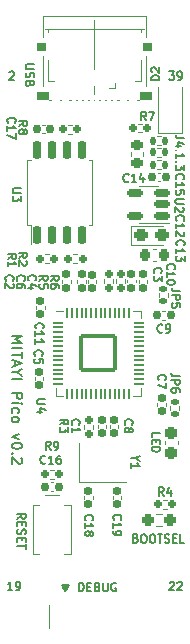
<source format=gbr>
G04 #@! TF.GenerationSoftware,KiCad,Pcbnew,(5.99.0-12085-gf4905cb1ae)*
G04 #@! TF.CreationDate,2021-08-26T19:19:28+05:30*
G04 #@! TF.ProjectId,Mitayi-Pico-RP2040,4d697461-7969-42d5-9069-636f2d525032,0.2*
G04 #@! TF.SameCoordinates,Original*
G04 #@! TF.FileFunction,Legend,Top*
G04 #@! TF.FilePolarity,Positive*
%FSLAX46Y46*%
G04 Gerber Fmt 4.6, Leading zero omitted, Abs format (unit mm)*
G04 Created by KiCad (PCBNEW (5.99.0-12085-gf4905cb1ae)) date 2021-08-26 19:19:28*
%MOMM*%
%LPD*%
G01*
G04 APERTURE LIST*
G04 Aperture macros list*
%AMRoundRect*
0 Rectangle with rounded corners*
0 $1 Rounding radius*
0 $2 $3 $4 $5 $6 $7 $8 $9 X,Y pos of 4 corners*
0 Add a 4 corners polygon primitive as box body*
4,1,4,$2,$3,$4,$5,$6,$7,$8,$9,$2,$3,0*
0 Add four circle primitives for the rounded corners*
1,1,$1+$1,$2,$3*
1,1,$1+$1,$4,$5*
1,1,$1+$1,$6,$7*
1,1,$1+$1,$8,$9*
0 Add four rect primitives between the rounded corners*
20,1,$1+$1,$2,$3,$4,$5,0*
20,1,$1+$1,$4,$5,$6,$7,0*
20,1,$1+$1,$6,$7,$8,$9,0*
20,1,$1+$1,$8,$9,$2,$3,0*%
G04 Aperture macros list end*
%ADD10C,0.150000*%
%ADD11C,0.200000*%
%ADD12C,0.120000*%
%ADD13C,0.100000*%
%ADD14C,0.020000*%
%ADD15RoundRect,0.135000X-0.185000X0.135000X-0.185000X-0.135000X0.185000X-0.135000X0.185000X0.135000X0*%
%ADD16RoundRect,0.237500X0.237500X-0.300000X0.237500X0.300000X-0.237500X0.300000X-0.237500X-0.300000X0*%
%ADD17RoundRect,0.155000X-0.155000X0.212500X-0.155000X-0.212500X0.155000X-0.212500X0.155000X0.212500X0*%
%ADD18RoundRect,0.155000X0.155000X-0.212500X0.155000X0.212500X-0.155000X0.212500X-0.155000X-0.212500X0*%
%ADD19RoundRect,0.237500X-0.250000X-0.237500X0.250000X-0.237500X0.250000X0.237500X-0.250000X0.237500X0*%
%ADD20RoundRect,0.135000X0.135000X0.185000X-0.135000X0.185000X-0.135000X-0.185000X0.135000X-0.185000X0*%
%ADD21RoundRect,0.225000X0.250000X-0.225000X0.250000X0.225000X-0.250000X0.225000X-0.250000X-0.225000X0*%
%ADD22RoundRect,0.155000X0.212500X0.155000X-0.212500X0.155000X-0.212500X-0.155000X0.212500X-0.155000X0*%
%ADD23RoundRect,0.160000X-0.197500X-0.160000X0.197500X-0.160000X0.197500X0.160000X-0.197500X0.160000X0*%
%ADD24RoundRect,0.160000X0.197500X0.160000X-0.197500X0.160000X-0.197500X-0.160000X0.197500X-0.160000X0*%
%ADD25C,1.500000*%
%ADD26RoundRect,0.160000X-0.160000X0.197500X-0.160000X-0.197500X0.160000X-0.197500X0.160000X0.197500X0*%
%ADD27RoundRect,0.155000X-0.212500X-0.155000X0.212500X-0.155000X0.212500X0.155000X-0.212500X0.155000X0*%
%ADD28R,1.400000X1.200000*%
%ADD29RoundRect,0.050000X-0.387500X-0.050000X0.387500X-0.050000X0.387500X0.050000X-0.387500X0.050000X0*%
%ADD30RoundRect,0.050000X-0.050000X-0.387500X0.050000X-0.387500X0.050000X0.387500X-0.050000X0.387500X0*%
%ADD31RoundRect,0.144000X-1.456000X-1.456000X1.456000X-1.456000X1.456000X1.456000X-1.456000X1.456000X0*%
%ADD32RoundRect,0.150000X0.150000X-0.650000X0.150000X0.650000X-0.150000X0.650000X-0.150000X-0.650000X0*%
%ADD33RoundRect,0.135000X-0.135000X-0.185000X0.135000X-0.185000X0.135000X0.185000X-0.135000X0.185000X0*%
%ADD34O,1.600000X1.700000*%
%ADD35R,1.600000X3.200000*%
%ADD36RoundRect,0.225000X-0.225000X-0.250000X0.225000X-0.250000X0.225000X0.250000X-0.225000X0.250000X0*%
%ADD37C,0.670000*%
%ADD38R,0.300000X1.450000*%
%ADD39RoundRect,0.500000X0.000000X0.300000X0.000000X0.300000X0.000000X-0.300000X0.000000X-0.300000X0*%
%ADD40R,1.100000X1.100000*%
%ADD41R,0.400000X1.350000*%
%ADD42R,1.500000X1.900000*%
%ADD43O,1.200000X1.900000*%
%ADD44C,1.450000*%
%ADD45R,1.200000X1.900000*%
%ADD46R,1.700000X1.150000*%
%ADD47R,3.200000X1.600000*%
%ADD48O,1.700000X1.600000*%
%ADD49RoundRect,0.250000X-0.312500X-0.275000X0.312500X-0.275000X0.312500X0.275000X-0.312500X0.275000X0*%
%ADD50RoundRect,0.150000X0.512500X0.150000X-0.512500X0.150000X-0.512500X-0.150000X0.512500X-0.150000X0*%
G04 APERTURE END LIST*
D10*
X153016666Y-108050000D02*
X153116666Y-108083333D01*
X153150000Y-108116666D01*
X153183333Y-108183333D01*
X153183333Y-108283333D01*
X153150000Y-108350000D01*
X153116666Y-108383333D01*
X153050000Y-108416666D01*
X152783333Y-108416666D01*
X152783333Y-107716666D01*
X153016666Y-107716666D01*
X153083333Y-107750000D01*
X153116666Y-107783333D01*
X153150000Y-107850000D01*
X153150000Y-107916666D01*
X153116666Y-107983333D01*
X153083333Y-108016666D01*
X153016666Y-108050000D01*
X152783333Y-108050000D01*
X153616666Y-107716666D02*
X153750000Y-107716666D01*
X153816666Y-107750000D01*
X153883333Y-107816666D01*
X153916666Y-107950000D01*
X153916666Y-108183333D01*
X153883333Y-108316666D01*
X153816666Y-108383333D01*
X153750000Y-108416666D01*
X153616666Y-108416666D01*
X153550000Y-108383333D01*
X153483333Y-108316666D01*
X153450000Y-108183333D01*
X153450000Y-107950000D01*
X153483333Y-107816666D01*
X153550000Y-107750000D01*
X153616666Y-107716666D01*
X154350000Y-107716666D02*
X154483333Y-107716666D01*
X154550000Y-107750000D01*
X154616666Y-107816666D01*
X154650000Y-107950000D01*
X154650000Y-108183333D01*
X154616666Y-108316666D01*
X154550000Y-108383333D01*
X154483333Y-108416666D01*
X154350000Y-108416666D01*
X154283333Y-108383333D01*
X154216666Y-108316666D01*
X154183333Y-108183333D01*
X154183333Y-107950000D01*
X154216666Y-107816666D01*
X154283333Y-107750000D01*
X154350000Y-107716666D01*
X154850000Y-107716666D02*
X155250000Y-107716666D01*
X155050000Y-108416666D02*
X155050000Y-107716666D01*
X155450000Y-108383333D02*
X155550000Y-108416666D01*
X155716666Y-108416666D01*
X155783333Y-108383333D01*
X155816666Y-108350000D01*
X155850000Y-108283333D01*
X155850000Y-108216666D01*
X155816666Y-108150000D01*
X155783333Y-108116666D01*
X155716666Y-108083333D01*
X155583333Y-108050000D01*
X155516666Y-108016666D01*
X155483333Y-107983333D01*
X155450000Y-107916666D01*
X155450000Y-107850000D01*
X155483333Y-107783333D01*
X155516666Y-107750000D01*
X155583333Y-107716666D01*
X155750000Y-107716666D01*
X155850000Y-107750000D01*
X156150000Y-108050000D02*
X156383333Y-108050000D01*
X156483333Y-108416666D02*
X156150000Y-108416666D01*
X156150000Y-107716666D01*
X156483333Y-107716666D01*
X157116666Y-108416666D02*
X156783333Y-108416666D01*
X156783333Y-107716666D01*
X157083333Y-74166666D02*
X156583333Y-74166666D01*
X156483333Y-74133333D01*
X156416666Y-74066666D01*
X156383333Y-73966666D01*
X156383333Y-73900000D01*
X156850000Y-74800000D02*
X156383333Y-74800000D01*
X157116666Y-74633333D02*
X156616666Y-74466666D01*
X156616666Y-74900000D01*
X156450000Y-75166666D02*
X156416666Y-75200000D01*
X156383333Y-75166666D01*
X156416666Y-75133333D01*
X156450000Y-75166666D01*
X156383333Y-75166666D01*
X156383333Y-75866666D02*
X156383333Y-75466666D01*
X156383333Y-75666666D02*
X157083333Y-75666666D01*
X156983333Y-75600000D01*
X156916666Y-75533333D01*
X156883333Y-75466666D01*
X156450000Y-76166666D02*
X156416666Y-76200000D01*
X156383333Y-76166666D01*
X156416666Y-76133333D01*
X156450000Y-76166666D01*
X156383333Y-76166666D01*
X157083333Y-76433333D02*
X157083333Y-76866666D01*
X156816666Y-76633333D01*
X156816666Y-76733333D01*
X156783333Y-76800000D01*
X156750000Y-76833333D01*
X156683333Y-76866666D01*
X156516666Y-76866666D01*
X156450000Y-76833333D01*
X156416666Y-76800000D01*
X156383333Y-76733333D01*
X156383333Y-76533333D01*
X156416666Y-76466666D01*
X156450000Y-76433333D01*
X155833333Y-68516666D02*
X156266666Y-68516666D01*
X156033333Y-68783333D01*
X156133333Y-68783333D01*
X156200000Y-68816666D01*
X156233333Y-68850000D01*
X156266666Y-68916666D01*
X156266666Y-69083333D01*
X156233333Y-69150000D01*
X156200000Y-69183333D01*
X156133333Y-69216666D01*
X155933333Y-69216666D01*
X155866666Y-69183333D01*
X155833333Y-69150000D01*
X156600000Y-69216666D02*
X156733333Y-69216666D01*
X156800000Y-69183333D01*
X156833333Y-69150000D01*
X156900000Y-69050000D01*
X156933333Y-68916666D01*
X156933333Y-68650000D01*
X156900000Y-68583333D01*
X156866666Y-68550000D01*
X156800000Y-68516666D01*
X156666666Y-68516666D01*
X156600000Y-68550000D01*
X156566666Y-68583333D01*
X156533333Y-68650000D01*
X156533333Y-68816666D01*
X156566666Y-68883333D01*
X156600000Y-68916666D01*
X156666666Y-68950000D01*
X156800000Y-68950000D01*
X156866666Y-68916666D01*
X156900000Y-68883333D01*
X156933333Y-68816666D01*
D11*
X142492857Y-90900000D02*
X143392857Y-90900000D01*
X142750000Y-91200000D01*
X143392857Y-91500000D01*
X142492857Y-91500000D01*
X142492857Y-91928571D02*
X143392857Y-91928571D01*
X143392857Y-92228571D02*
X143392857Y-92742857D01*
X142492857Y-92485714D02*
X143392857Y-92485714D01*
X142750000Y-93000000D02*
X142750000Y-93428571D01*
X142492857Y-92914285D02*
X143392857Y-93214285D01*
X142492857Y-93514285D01*
X142921428Y-93985714D02*
X142492857Y-93985714D01*
X143392857Y-93685714D02*
X142921428Y-93985714D01*
X143392857Y-94285714D01*
X142492857Y-94585714D02*
X143392857Y-94585714D01*
X142492857Y-95700000D02*
X143392857Y-95700000D01*
X143392857Y-96042857D01*
X143350000Y-96128571D01*
X143307142Y-96171428D01*
X143221428Y-96214285D01*
X143092857Y-96214285D01*
X143007142Y-96171428D01*
X142964285Y-96128571D01*
X142921428Y-96042857D01*
X142921428Y-95700000D01*
X142492857Y-96600000D02*
X143092857Y-96600000D01*
X143392857Y-96600000D02*
X143350000Y-96557142D01*
X143307142Y-96600000D01*
X143350000Y-96642857D01*
X143392857Y-96600000D01*
X143307142Y-96600000D01*
X142535714Y-97414285D02*
X142492857Y-97328571D01*
X142492857Y-97157142D01*
X142535714Y-97071428D01*
X142578571Y-97028571D01*
X142664285Y-96985714D01*
X142921428Y-96985714D01*
X143007142Y-97028571D01*
X143050000Y-97071428D01*
X143092857Y-97157142D01*
X143092857Y-97328571D01*
X143050000Y-97414285D01*
X142492857Y-97928571D02*
X142535714Y-97842857D01*
X142578571Y-97800000D01*
X142664285Y-97757142D01*
X142921428Y-97757142D01*
X143007142Y-97800000D01*
X143050000Y-97842857D01*
X143092857Y-97928571D01*
X143092857Y-98057142D01*
X143050000Y-98142857D01*
X143007142Y-98185714D01*
X142921428Y-98228571D01*
X142664285Y-98228571D01*
X142578571Y-98185714D01*
X142535714Y-98142857D01*
X142492857Y-98057142D01*
X142492857Y-97928571D01*
X143092857Y-99214285D02*
X142492857Y-99428571D01*
X143092857Y-99642857D01*
X143392857Y-100157142D02*
X143392857Y-100242857D01*
X143350000Y-100328571D01*
X143307142Y-100371428D01*
X143221428Y-100414285D01*
X143050000Y-100457142D01*
X142835714Y-100457142D01*
X142664285Y-100414285D01*
X142578571Y-100371428D01*
X142535714Y-100328571D01*
X142492857Y-100242857D01*
X142492857Y-100157142D01*
X142535714Y-100071428D01*
X142578571Y-100028571D01*
X142664285Y-99985714D01*
X142835714Y-99942857D01*
X143050000Y-99942857D01*
X143221428Y-99985714D01*
X143307142Y-100028571D01*
X143350000Y-100071428D01*
X143392857Y-100157142D01*
X142578571Y-100842857D02*
X142535714Y-100885714D01*
X142492857Y-100842857D01*
X142535714Y-100800000D01*
X142578571Y-100842857D01*
X142492857Y-100842857D01*
X143307142Y-101228571D02*
X143350000Y-101271428D01*
X143392857Y-101357142D01*
X143392857Y-101571428D01*
X143350000Y-101657142D01*
X143307142Y-101700000D01*
X143221428Y-101742857D01*
X143135714Y-101742857D01*
X143007142Y-101700000D01*
X142492857Y-101185714D01*
X142492857Y-101742857D01*
D10*
X155866666Y-111783333D02*
X155900000Y-111750000D01*
X155966666Y-111716666D01*
X156133333Y-111716666D01*
X156200000Y-111750000D01*
X156233333Y-111783333D01*
X156266666Y-111850000D01*
X156266666Y-111916666D01*
X156233333Y-112016666D01*
X155833333Y-112416666D01*
X156266666Y-112416666D01*
X156533333Y-111783333D02*
X156566666Y-111750000D01*
X156633333Y-111716666D01*
X156800000Y-111716666D01*
X156866666Y-111750000D01*
X156900000Y-111783333D01*
X156933333Y-111850000D01*
X156933333Y-111916666D01*
X156900000Y-112016666D01*
X156500000Y-112416666D01*
X156933333Y-112416666D01*
X142300000Y-68583333D02*
X142333333Y-68550000D01*
X142400000Y-68516666D01*
X142566666Y-68516666D01*
X142633333Y-68550000D01*
X142666666Y-68583333D01*
X142700000Y-68650000D01*
X142700000Y-68716666D01*
X142666666Y-68816666D01*
X142266666Y-69216666D01*
X142700000Y-69216666D01*
X142566666Y-112416666D02*
X142166666Y-112416666D01*
X142366666Y-112416666D02*
X142366666Y-111716666D01*
X142300000Y-111816666D01*
X142233333Y-111883333D01*
X142166666Y-111916666D01*
X142900000Y-112416666D02*
X143033333Y-112416666D01*
X143100000Y-112383333D01*
X143133333Y-112350000D01*
X143200000Y-112250000D01*
X143233333Y-112116666D01*
X143233333Y-111850000D01*
X143200000Y-111783333D01*
X143166666Y-111750000D01*
X143100000Y-111716666D01*
X142966666Y-111716666D01*
X142900000Y-111750000D01*
X142866666Y-111783333D01*
X142833333Y-111850000D01*
X142833333Y-112016666D01*
X142866666Y-112083333D01*
X142900000Y-112116666D01*
X142966666Y-112150000D01*
X143100000Y-112150000D01*
X143166666Y-112116666D01*
X143200000Y-112083333D01*
X143233333Y-112016666D01*
X144383333Y-67916666D02*
X143816666Y-67916666D01*
X143750000Y-67950000D01*
X143716666Y-67983333D01*
X143683333Y-68050000D01*
X143683333Y-68183333D01*
X143716666Y-68250000D01*
X143750000Y-68283333D01*
X143816666Y-68316666D01*
X144383333Y-68316666D01*
X143716666Y-68616666D02*
X143683333Y-68716666D01*
X143683333Y-68883333D01*
X143716666Y-68950000D01*
X143750000Y-68983333D01*
X143816666Y-69016666D01*
X143883333Y-69016666D01*
X143950000Y-68983333D01*
X143983333Y-68950000D01*
X144016666Y-68883333D01*
X144050000Y-68750000D01*
X144083333Y-68683333D01*
X144116666Y-68650000D01*
X144183333Y-68616666D01*
X144250000Y-68616666D01*
X144316666Y-68650000D01*
X144350000Y-68683333D01*
X144383333Y-68750000D01*
X144383333Y-68916666D01*
X144350000Y-69016666D01*
X144050000Y-69550000D02*
X144016666Y-69650000D01*
X143983333Y-69683333D01*
X143916666Y-69716666D01*
X143816666Y-69716666D01*
X143750000Y-69683333D01*
X143716666Y-69650000D01*
X143683333Y-69583333D01*
X143683333Y-69316666D01*
X144383333Y-69316666D01*
X144383333Y-69550000D01*
X144350000Y-69616666D01*
X144316666Y-69650000D01*
X144250000Y-69683333D01*
X144183333Y-69683333D01*
X144116666Y-69650000D01*
X144083333Y-69616666D01*
X144050000Y-69550000D01*
X144050000Y-69316666D01*
X154383333Y-99450000D02*
X154383333Y-99116666D01*
X155083333Y-99116666D01*
X154750000Y-99683333D02*
X154750000Y-99916666D01*
X154383333Y-100016666D02*
X154383333Y-99683333D01*
X155083333Y-99683333D01*
X155083333Y-100016666D01*
X154383333Y-100316666D02*
X155083333Y-100316666D01*
X155083333Y-100483333D01*
X155050000Y-100583333D01*
X154983333Y-100650000D01*
X154916666Y-100683333D01*
X154783333Y-100716666D01*
X154683333Y-100716666D01*
X154550000Y-100683333D01*
X154483333Y-100650000D01*
X154416666Y-100583333D01*
X154383333Y-100483333D01*
X154383333Y-100316666D01*
X147316666Y-112016666D02*
X147316666Y-111983333D01*
X147283333Y-112083333D02*
X147283333Y-111983333D01*
X147250000Y-112150000D02*
X147250000Y-111983333D01*
X147216666Y-112216666D02*
X147216666Y-111983333D01*
X147183333Y-112250000D02*
X147183333Y-111983333D01*
X147150000Y-112316666D02*
X147150000Y-111983333D01*
X147116666Y-112383333D02*
X147116666Y-111983333D01*
X147083333Y-112450000D02*
X147083333Y-111983333D01*
X147050000Y-112516666D02*
X147050000Y-111983333D01*
X147016666Y-112450000D02*
X147016666Y-111983333D01*
X146983333Y-112383333D02*
X146983333Y-111983333D01*
X146950000Y-112316666D02*
X146950000Y-111983333D01*
X146916666Y-112250000D02*
X146916666Y-111983333D01*
X146883333Y-112216666D02*
X146883333Y-111983333D01*
X146850000Y-112150000D02*
X146850000Y-111983333D01*
X146816666Y-112083333D02*
X146816666Y-111983333D01*
X146783333Y-111983333D02*
X147050000Y-112483333D01*
X147316666Y-111983333D01*
X146783333Y-112016666D02*
X146783333Y-111983333D01*
X147050000Y-112516666D02*
X146750000Y-111983333D01*
X147350000Y-111983333D01*
X147050000Y-112516666D01*
X148183333Y-112516666D02*
X148183333Y-111816666D01*
X148350000Y-111816666D01*
X148450000Y-111850000D01*
X148516666Y-111916666D01*
X148550000Y-111983333D01*
X148583333Y-112116666D01*
X148583333Y-112216666D01*
X148550000Y-112350000D01*
X148516666Y-112416666D01*
X148450000Y-112483333D01*
X148350000Y-112516666D01*
X148183333Y-112516666D01*
X148883333Y-112150000D02*
X149116666Y-112150000D01*
X149216666Y-112516666D02*
X148883333Y-112516666D01*
X148883333Y-111816666D01*
X149216666Y-111816666D01*
X149750000Y-112150000D02*
X149850000Y-112183333D01*
X149883333Y-112216666D01*
X149916666Y-112283333D01*
X149916666Y-112383333D01*
X149883333Y-112450000D01*
X149850000Y-112483333D01*
X149783333Y-112516666D01*
X149516666Y-112516666D01*
X149516666Y-111816666D01*
X149750000Y-111816666D01*
X149816666Y-111850000D01*
X149850000Y-111883333D01*
X149883333Y-111950000D01*
X149883333Y-112016666D01*
X149850000Y-112083333D01*
X149816666Y-112116666D01*
X149750000Y-112150000D01*
X149516666Y-112150000D01*
X150216666Y-111816666D02*
X150216666Y-112383333D01*
X150250000Y-112450000D01*
X150283333Y-112483333D01*
X150350000Y-112516666D01*
X150483333Y-112516666D01*
X150550000Y-112483333D01*
X150583333Y-112450000D01*
X150616666Y-112383333D01*
X150616666Y-111816666D01*
X151316666Y-111850000D02*
X151250000Y-111816666D01*
X151150000Y-111816666D01*
X151050000Y-111850000D01*
X150983333Y-111916666D01*
X150950000Y-111983333D01*
X150916666Y-112116666D01*
X150916666Y-112216666D01*
X150950000Y-112350000D01*
X150983333Y-112416666D01*
X151050000Y-112483333D01*
X151150000Y-112516666D01*
X151216666Y-112516666D01*
X151316666Y-112483333D01*
X151350000Y-112450000D01*
X151350000Y-112216666D01*
X151216666Y-112216666D01*
X142983333Y-106383333D02*
X143316666Y-106150000D01*
X142983333Y-105983333D02*
X143683333Y-105983333D01*
X143683333Y-106250000D01*
X143650000Y-106316666D01*
X143616666Y-106350000D01*
X143550000Y-106383333D01*
X143450000Y-106383333D01*
X143383333Y-106350000D01*
X143350000Y-106316666D01*
X143316666Y-106250000D01*
X143316666Y-105983333D01*
X143350000Y-106683333D02*
X143350000Y-106916666D01*
X142983333Y-107016666D02*
X142983333Y-106683333D01*
X143683333Y-106683333D01*
X143683333Y-107016666D01*
X143016666Y-107283333D02*
X142983333Y-107383333D01*
X142983333Y-107550000D01*
X143016666Y-107616666D01*
X143050000Y-107650000D01*
X143116666Y-107683333D01*
X143183333Y-107683333D01*
X143250000Y-107650000D01*
X143283333Y-107616666D01*
X143316666Y-107550000D01*
X143350000Y-107416666D01*
X143383333Y-107350000D01*
X143416666Y-107316666D01*
X143483333Y-107283333D01*
X143550000Y-107283333D01*
X143616666Y-107316666D01*
X143650000Y-107350000D01*
X143683333Y-107416666D01*
X143683333Y-107583333D01*
X143650000Y-107683333D01*
X143350000Y-107983333D02*
X143350000Y-108216666D01*
X142983333Y-108316666D02*
X142983333Y-107983333D01*
X143683333Y-107983333D01*
X143683333Y-108316666D01*
X143683333Y-108516666D02*
X143683333Y-108916666D01*
X142983333Y-108716666D02*
X143683333Y-108716666D01*
X156713333Y-94306666D02*
X156213333Y-94306666D01*
X156113333Y-94273333D01*
X156046666Y-94206666D01*
X156013333Y-94106666D01*
X156013333Y-94040000D01*
X156013333Y-94640000D02*
X156713333Y-94640000D01*
X156713333Y-94906666D01*
X156680000Y-94973333D01*
X156646666Y-95006666D01*
X156580000Y-95040000D01*
X156480000Y-95040000D01*
X156413333Y-95006666D01*
X156380000Y-94973333D01*
X156346666Y-94906666D01*
X156346666Y-94640000D01*
X156713333Y-95640000D02*
X156713333Y-95506666D01*
X156680000Y-95440000D01*
X156646666Y-95406666D01*
X156546666Y-95340000D01*
X156413333Y-95306666D01*
X156146666Y-95306666D01*
X156080000Y-95340000D01*
X156046666Y-95373333D01*
X156013333Y-95440000D01*
X156013333Y-95573333D01*
X156046666Y-95640000D01*
X156080000Y-95673333D01*
X156146666Y-95706666D01*
X156313333Y-95706666D01*
X156380000Y-95673333D01*
X156413333Y-95640000D01*
X156446666Y-95573333D01*
X156446666Y-95440000D01*
X156413333Y-95373333D01*
X156380000Y-95340000D01*
X156313333Y-95306666D01*
X148770000Y-106500000D02*
X148736666Y-106466666D01*
X148703333Y-106366666D01*
X148703333Y-106300000D01*
X148736666Y-106200000D01*
X148803333Y-106133333D01*
X148870000Y-106100000D01*
X149003333Y-106066666D01*
X149103333Y-106066666D01*
X149236666Y-106100000D01*
X149303333Y-106133333D01*
X149370000Y-106200000D01*
X149403333Y-106300000D01*
X149403333Y-106366666D01*
X149370000Y-106466666D01*
X149336666Y-106500000D01*
X148703333Y-107166666D02*
X148703333Y-106766666D01*
X148703333Y-106966666D02*
X149403333Y-106966666D01*
X149303333Y-106900000D01*
X149236666Y-106833333D01*
X149203333Y-106766666D01*
X149103333Y-107566666D02*
X149136666Y-107500000D01*
X149170000Y-107466666D01*
X149236666Y-107433333D01*
X149270000Y-107433333D01*
X149336666Y-107466666D01*
X149370000Y-107500000D01*
X149403333Y-107566666D01*
X149403333Y-107700000D01*
X149370000Y-107766666D01*
X149336666Y-107800000D01*
X149270000Y-107833333D01*
X149236666Y-107833333D01*
X149170000Y-107800000D01*
X149136666Y-107766666D01*
X149103333Y-107700000D01*
X149103333Y-107566666D01*
X149070000Y-107500000D01*
X149036666Y-107466666D01*
X148970000Y-107433333D01*
X148836666Y-107433333D01*
X148770000Y-107466666D01*
X148736666Y-107500000D01*
X148703333Y-107566666D01*
X148703333Y-107700000D01*
X148736666Y-107766666D01*
X148770000Y-107800000D01*
X148836666Y-107833333D01*
X148970000Y-107833333D01*
X149036666Y-107800000D01*
X149070000Y-107766666D01*
X149103333Y-107700000D01*
X144580000Y-90260000D02*
X144546666Y-90226666D01*
X144513333Y-90126666D01*
X144513333Y-90060000D01*
X144546666Y-89960000D01*
X144613333Y-89893333D01*
X144680000Y-89860000D01*
X144813333Y-89826666D01*
X144913333Y-89826666D01*
X145046666Y-89860000D01*
X145113333Y-89893333D01*
X145180000Y-89960000D01*
X145213333Y-90060000D01*
X145213333Y-90126666D01*
X145180000Y-90226666D01*
X145146666Y-90260000D01*
X144513333Y-90926666D02*
X144513333Y-90526666D01*
X144513333Y-90726666D02*
X145213333Y-90726666D01*
X145113333Y-90660000D01*
X145046666Y-90593333D01*
X145013333Y-90526666D01*
X144513333Y-91593333D02*
X144513333Y-91193333D01*
X144513333Y-91393333D02*
X145213333Y-91393333D01*
X145113333Y-91326666D01*
X145046666Y-91260000D01*
X145013333Y-91193333D01*
X152390000Y-77810000D02*
X152356666Y-77843333D01*
X152256666Y-77876666D01*
X152190000Y-77876666D01*
X152090000Y-77843333D01*
X152023333Y-77776666D01*
X151990000Y-77710000D01*
X151956666Y-77576666D01*
X151956666Y-77476666D01*
X151990000Y-77343333D01*
X152023333Y-77276666D01*
X152090000Y-77210000D01*
X152190000Y-77176666D01*
X152256666Y-77176666D01*
X152356666Y-77210000D01*
X152390000Y-77243333D01*
X153056666Y-77876666D02*
X152656666Y-77876666D01*
X152856666Y-77876666D02*
X152856666Y-77176666D01*
X152790000Y-77276666D01*
X152723333Y-77343333D01*
X152656666Y-77376666D01*
X153656666Y-77410000D02*
X153656666Y-77876666D01*
X153490000Y-77143333D02*
X153323333Y-77643333D01*
X153756666Y-77643333D01*
X144490000Y-92563333D02*
X144456666Y-92530000D01*
X144423333Y-92430000D01*
X144423333Y-92363333D01*
X144456666Y-92263333D01*
X144523333Y-92196666D01*
X144590000Y-92163333D01*
X144723333Y-92130000D01*
X144823333Y-92130000D01*
X144956666Y-92163333D01*
X145023333Y-92196666D01*
X145090000Y-92263333D01*
X145123333Y-92363333D01*
X145123333Y-92430000D01*
X145090000Y-92530000D01*
X145056666Y-92563333D01*
X145123333Y-93196666D02*
X145123333Y-92863333D01*
X144790000Y-92830000D01*
X144823333Y-92863333D01*
X144856666Y-92930000D01*
X144856666Y-93096666D01*
X144823333Y-93163333D01*
X144790000Y-93196666D01*
X144723333Y-93230000D01*
X144556666Y-93230000D01*
X144490000Y-93196666D01*
X144456666Y-93163333D01*
X144423333Y-93096666D01*
X144423333Y-92930000D01*
X144456666Y-92863333D01*
X144490000Y-92830000D01*
X155705000Y-85230000D02*
X155671666Y-85196666D01*
X155638333Y-85096666D01*
X155638333Y-85030000D01*
X155671666Y-84930000D01*
X155738333Y-84863333D01*
X155805000Y-84830000D01*
X155938333Y-84796666D01*
X156038333Y-84796666D01*
X156171666Y-84830000D01*
X156238333Y-84863333D01*
X156305000Y-84930000D01*
X156338333Y-85030000D01*
X156338333Y-85096666D01*
X156305000Y-85196666D01*
X156271666Y-85230000D01*
X155638333Y-85896666D02*
X155638333Y-85496666D01*
X155638333Y-85696666D02*
X156338333Y-85696666D01*
X156238333Y-85630000D01*
X156171666Y-85563333D01*
X156138333Y-85496666D01*
X156338333Y-86330000D02*
X156338333Y-86396666D01*
X156305000Y-86463333D01*
X156271666Y-86496666D01*
X156205000Y-86530000D01*
X156071666Y-86563333D01*
X155905000Y-86563333D01*
X155771666Y-86530000D01*
X155705000Y-86496666D01*
X155671666Y-86463333D01*
X155638333Y-86396666D01*
X155638333Y-86330000D01*
X155671666Y-86263333D01*
X155705000Y-86230000D01*
X155771666Y-86196666D01*
X155905000Y-86163333D01*
X156071666Y-86163333D01*
X156205000Y-86196666D01*
X156271666Y-86230000D01*
X156305000Y-86263333D01*
X156338333Y-86330000D01*
X145360000Y-101670000D02*
X145326666Y-101703333D01*
X145226666Y-101736666D01*
X145160000Y-101736666D01*
X145060000Y-101703333D01*
X144993333Y-101636666D01*
X144960000Y-101570000D01*
X144926666Y-101436666D01*
X144926666Y-101336666D01*
X144960000Y-101203333D01*
X144993333Y-101136666D01*
X145060000Y-101070000D01*
X145160000Y-101036666D01*
X145226666Y-101036666D01*
X145326666Y-101070000D01*
X145360000Y-101103333D01*
X146026666Y-101736666D02*
X145626666Y-101736666D01*
X145826666Y-101736666D02*
X145826666Y-101036666D01*
X145760000Y-101136666D01*
X145693333Y-101203333D01*
X145626666Y-101236666D01*
X146626666Y-101036666D02*
X146493333Y-101036666D01*
X146426666Y-101070000D01*
X146393333Y-101103333D01*
X146326666Y-101203333D01*
X146293333Y-101336666D01*
X146293333Y-101603333D01*
X146326666Y-101670000D01*
X146360000Y-101703333D01*
X146426666Y-101736666D01*
X146560000Y-101736666D01*
X146626666Y-101703333D01*
X146660000Y-101670000D01*
X146693333Y-101603333D01*
X146693333Y-101436666D01*
X146660000Y-101370000D01*
X146626666Y-101336666D01*
X146560000Y-101303333D01*
X146426666Y-101303333D01*
X146360000Y-101336666D01*
X146326666Y-101370000D01*
X146293333Y-101436666D01*
X143083333Y-84283333D02*
X143416666Y-84050000D01*
X143083333Y-83883333D02*
X143783333Y-83883333D01*
X143783333Y-84150000D01*
X143750000Y-84216666D01*
X143716666Y-84250000D01*
X143650000Y-84283333D01*
X143550000Y-84283333D01*
X143483333Y-84250000D01*
X143450000Y-84216666D01*
X143416666Y-84150000D01*
X143416666Y-83883333D01*
X143716666Y-84550000D02*
X143750000Y-84583333D01*
X143783333Y-84650000D01*
X143783333Y-84816666D01*
X143750000Y-84883333D01*
X143716666Y-84916666D01*
X143650000Y-84950000D01*
X143583333Y-84950000D01*
X143483333Y-84916666D01*
X143083333Y-84516666D01*
X143083333Y-84950000D01*
X155353333Y-104426666D02*
X155120000Y-104093333D01*
X154953333Y-104426666D02*
X154953333Y-103726666D01*
X155220000Y-103726666D01*
X155286666Y-103760000D01*
X155320000Y-103793333D01*
X155353333Y-103860000D01*
X155353333Y-103960000D01*
X155320000Y-104026666D01*
X155286666Y-104060000D01*
X155220000Y-104093333D01*
X154953333Y-104093333D01*
X155953333Y-103960000D02*
X155953333Y-104426666D01*
X155786666Y-103693333D02*
X155620000Y-104193333D01*
X156053333Y-104193333D01*
X146593333Y-98403333D02*
X146926666Y-98170000D01*
X146593333Y-98003333D02*
X147293333Y-98003333D01*
X147293333Y-98270000D01*
X147260000Y-98336666D01*
X147226666Y-98370000D01*
X147160000Y-98403333D01*
X147060000Y-98403333D01*
X146993333Y-98370000D01*
X146960000Y-98336666D01*
X146926666Y-98270000D01*
X146926666Y-98003333D01*
X147293333Y-98636666D02*
X147293333Y-99070000D01*
X147026666Y-98836666D01*
X147026666Y-98936666D01*
X146993333Y-99003333D01*
X146960000Y-99036666D01*
X146893333Y-99070000D01*
X146726666Y-99070000D01*
X146660000Y-99036666D01*
X146626666Y-99003333D01*
X146593333Y-98936666D01*
X146593333Y-98736666D01*
X146626666Y-98670000D01*
X146660000Y-98636666D01*
X155263333Y-90560000D02*
X155230000Y-90593333D01*
X155130000Y-90626666D01*
X155063333Y-90626666D01*
X154963333Y-90593333D01*
X154896666Y-90526666D01*
X154863333Y-90460000D01*
X154830000Y-90326666D01*
X154830000Y-90226666D01*
X154863333Y-90093333D01*
X154896666Y-90026666D01*
X154963333Y-89960000D01*
X155063333Y-89926666D01*
X155130000Y-89926666D01*
X155230000Y-89960000D01*
X155263333Y-89993333D01*
X155596666Y-90626666D02*
X155730000Y-90626666D01*
X155796666Y-90593333D01*
X155830000Y-90560000D01*
X155896666Y-90460000D01*
X155930000Y-90326666D01*
X155930000Y-90060000D01*
X155896666Y-89993333D01*
X155863333Y-89960000D01*
X155796666Y-89926666D01*
X155663333Y-89926666D01*
X155596666Y-89960000D01*
X155563333Y-89993333D01*
X155530000Y-90060000D01*
X155530000Y-90226666D01*
X155563333Y-90293333D01*
X155596666Y-90326666D01*
X155663333Y-90360000D01*
X155796666Y-90360000D01*
X155863333Y-90326666D01*
X155896666Y-90293333D01*
X155930000Y-90226666D01*
X152966666Y-101266666D02*
X152633333Y-101266666D01*
X153333333Y-101033333D02*
X152966666Y-101266666D01*
X153333333Y-101500000D01*
X152633333Y-102100000D02*
X152633333Y-101700000D01*
X152633333Y-101900000D02*
X153333333Y-101900000D01*
X153233333Y-101833333D01*
X153166666Y-101766666D01*
X153133333Y-101700000D01*
X145333333Y-96286666D02*
X144766666Y-96286666D01*
X144700000Y-96320000D01*
X144666666Y-96353333D01*
X144633333Y-96420000D01*
X144633333Y-96553333D01*
X144666666Y-96620000D01*
X144700000Y-96653333D01*
X144766666Y-96686666D01*
X145333333Y-96686666D01*
X145100000Y-97320000D02*
X144633333Y-97320000D01*
X145366666Y-97153333D02*
X144866666Y-96986666D01*
X144866666Y-97420000D01*
X144838333Y-86233333D02*
X145171666Y-86000000D01*
X144838333Y-85833333D02*
X145538333Y-85833333D01*
X145538333Y-86100000D01*
X145505000Y-86166666D01*
X145471666Y-86200000D01*
X145405000Y-86233333D01*
X145305000Y-86233333D01*
X145238333Y-86200000D01*
X145205000Y-86166666D01*
X145171666Y-86100000D01*
X145171666Y-85833333D01*
X145538333Y-86866666D02*
X145538333Y-86533333D01*
X145205000Y-86500000D01*
X145238333Y-86533333D01*
X145271666Y-86600000D01*
X145271666Y-86766666D01*
X145238333Y-86833333D01*
X145205000Y-86866666D01*
X145138333Y-86900000D01*
X144971666Y-86900000D01*
X144905000Y-86866666D01*
X144871666Y-86833333D01*
X144838333Y-86766666D01*
X144838333Y-86600000D01*
X144871666Y-86533333D01*
X144905000Y-86500000D01*
X142035000Y-86213333D02*
X142001666Y-86180000D01*
X141968333Y-86080000D01*
X141968333Y-86013333D01*
X142001666Y-85913333D01*
X142068333Y-85846666D01*
X142135000Y-85813333D01*
X142268333Y-85780000D01*
X142368333Y-85780000D01*
X142501666Y-85813333D01*
X142568333Y-85846666D01*
X142635000Y-85913333D01*
X142668333Y-86013333D01*
X142668333Y-86080000D01*
X142635000Y-86180000D01*
X142601666Y-86213333D01*
X142601666Y-86480000D02*
X142635000Y-86513333D01*
X142668333Y-86580000D01*
X142668333Y-86746666D01*
X142635000Y-86813333D01*
X142601666Y-86846666D01*
X142535000Y-86880000D01*
X142468333Y-86880000D01*
X142368333Y-86846666D01*
X141968333Y-86446666D01*
X141968333Y-86880000D01*
X147640000Y-98413333D02*
X147606666Y-98380000D01*
X147573333Y-98280000D01*
X147573333Y-98213333D01*
X147606666Y-98113333D01*
X147673333Y-98046666D01*
X147740000Y-98013333D01*
X147873333Y-97980000D01*
X147973333Y-97980000D01*
X148106666Y-98013333D01*
X148173333Y-98046666D01*
X148240000Y-98113333D01*
X148273333Y-98213333D01*
X148273333Y-98280000D01*
X148240000Y-98380000D01*
X148206666Y-98413333D01*
X147573333Y-99080000D02*
X147573333Y-98680000D01*
X147573333Y-98880000D02*
X148273333Y-98880000D01*
X148173333Y-98813333D01*
X148106666Y-98746666D01*
X148073333Y-98680000D01*
X143283333Y-78416666D02*
X142716666Y-78416666D01*
X142650000Y-78450000D01*
X142616666Y-78483333D01*
X142583333Y-78550000D01*
X142583333Y-78683333D01*
X142616666Y-78750000D01*
X142650000Y-78783333D01*
X142716666Y-78816666D01*
X143283333Y-78816666D01*
X143283333Y-79083333D02*
X143283333Y-79516666D01*
X143016666Y-79283333D01*
X143016666Y-79383333D01*
X142983333Y-79450000D01*
X142950000Y-79483333D01*
X142883333Y-79516666D01*
X142716666Y-79516666D01*
X142650000Y-79483333D01*
X142616666Y-79450000D01*
X142583333Y-79383333D01*
X142583333Y-79183333D01*
X142616666Y-79116666D01*
X142650000Y-79083333D01*
X143940000Y-86208333D02*
X143906666Y-86175000D01*
X143873333Y-86075000D01*
X143873333Y-86008333D01*
X143906666Y-85908333D01*
X143973333Y-85841666D01*
X144040000Y-85808333D01*
X144173333Y-85775000D01*
X144273333Y-85775000D01*
X144406666Y-85808333D01*
X144473333Y-85841666D01*
X144540000Y-85908333D01*
X144573333Y-86008333D01*
X144573333Y-86075000D01*
X144540000Y-86175000D01*
X144506666Y-86208333D01*
X144340000Y-86808333D02*
X143873333Y-86808333D01*
X144606666Y-86641666D02*
X144106666Y-86475000D01*
X144106666Y-86908333D01*
X142183333Y-84353333D02*
X142516666Y-84120000D01*
X142183333Y-83953333D02*
X142883333Y-83953333D01*
X142883333Y-84220000D01*
X142850000Y-84286666D01*
X142816666Y-84320000D01*
X142750000Y-84353333D01*
X142650000Y-84353333D01*
X142583333Y-84320000D01*
X142550000Y-84286666D01*
X142516666Y-84220000D01*
X142516666Y-83953333D01*
X142183333Y-85020000D02*
X142183333Y-84620000D01*
X142183333Y-84820000D02*
X142883333Y-84820000D01*
X142783333Y-84753333D01*
X142716666Y-84686666D01*
X142683333Y-84620000D01*
X154580000Y-85573333D02*
X154546666Y-85540000D01*
X154513333Y-85440000D01*
X154513333Y-85373333D01*
X154546666Y-85273333D01*
X154613333Y-85206666D01*
X154680000Y-85173333D01*
X154813333Y-85140000D01*
X154913333Y-85140000D01*
X155046666Y-85173333D01*
X155113333Y-85206666D01*
X155180000Y-85273333D01*
X155213333Y-85373333D01*
X155213333Y-85440000D01*
X155180000Y-85540000D01*
X155146666Y-85573333D01*
X155213333Y-85806666D02*
X155213333Y-86240000D01*
X154946666Y-86006666D01*
X154946666Y-86106666D01*
X154913333Y-86173333D01*
X154880000Y-86206666D01*
X154813333Y-86240000D01*
X154646666Y-86240000D01*
X154580000Y-86206666D01*
X154546666Y-86173333D01*
X154513333Y-86106666D01*
X154513333Y-85906666D01*
X154546666Y-85840000D01*
X154580000Y-85806666D01*
X142210000Y-72860000D02*
X142176666Y-72826666D01*
X142143333Y-72726666D01*
X142143333Y-72660000D01*
X142176666Y-72560000D01*
X142243333Y-72493333D01*
X142310000Y-72460000D01*
X142443333Y-72426666D01*
X142543333Y-72426666D01*
X142676666Y-72460000D01*
X142743333Y-72493333D01*
X142810000Y-72560000D01*
X142843333Y-72660000D01*
X142843333Y-72726666D01*
X142810000Y-72826666D01*
X142776666Y-72860000D01*
X142143333Y-73526666D02*
X142143333Y-73126666D01*
X142143333Y-73326666D02*
X142843333Y-73326666D01*
X142743333Y-73260000D01*
X142676666Y-73193333D01*
X142643333Y-73126666D01*
X142843333Y-73760000D02*
X142843333Y-74226666D01*
X142143333Y-73926666D01*
X145793333Y-100546666D02*
X145560000Y-100213333D01*
X145393333Y-100546666D02*
X145393333Y-99846666D01*
X145660000Y-99846666D01*
X145726666Y-99880000D01*
X145760000Y-99913333D01*
X145793333Y-99980000D01*
X145793333Y-100080000D01*
X145760000Y-100146666D01*
X145726666Y-100180000D01*
X145660000Y-100213333D01*
X145393333Y-100213333D01*
X146126666Y-100546666D02*
X146260000Y-100546666D01*
X146326666Y-100513333D01*
X146360000Y-100480000D01*
X146426666Y-100380000D01*
X146460000Y-100246666D01*
X146460000Y-99980000D01*
X146426666Y-99913333D01*
X146393333Y-99880000D01*
X146326666Y-99846666D01*
X146193333Y-99846666D01*
X146126666Y-99880000D01*
X146093333Y-99913333D01*
X146060000Y-99980000D01*
X146060000Y-100146666D01*
X146093333Y-100213333D01*
X146126666Y-100246666D01*
X146193333Y-100280000D01*
X146326666Y-100280000D01*
X146393333Y-100246666D01*
X146426666Y-100213333D01*
X146460000Y-100146666D01*
X152120000Y-98413333D02*
X152086666Y-98380000D01*
X152053333Y-98280000D01*
X152053333Y-98213333D01*
X152086666Y-98113333D01*
X152153333Y-98046666D01*
X152220000Y-98013333D01*
X152353333Y-97980000D01*
X152453333Y-97980000D01*
X152586666Y-98013333D01*
X152653333Y-98046666D01*
X152720000Y-98113333D01*
X152753333Y-98213333D01*
X152753333Y-98280000D01*
X152720000Y-98380000D01*
X152686666Y-98413333D01*
X152453333Y-98813333D02*
X152486666Y-98746666D01*
X152520000Y-98713333D01*
X152586666Y-98680000D01*
X152620000Y-98680000D01*
X152686666Y-98713333D01*
X152720000Y-98746666D01*
X152753333Y-98813333D01*
X152753333Y-98946666D01*
X152720000Y-99013333D01*
X152686666Y-99046666D01*
X152620000Y-99080000D01*
X152586666Y-99080000D01*
X152520000Y-99046666D01*
X152486666Y-99013333D01*
X152453333Y-98946666D01*
X152453333Y-98813333D01*
X152420000Y-98746666D01*
X152386666Y-98713333D01*
X152320000Y-98680000D01*
X152186666Y-98680000D01*
X152120000Y-98713333D01*
X152086666Y-98746666D01*
X152053333Y-98813333D01*
X152053333Y-98946666D01*
X152086666Y-99013333D01*
X152120000Y-99046666D01*
X152186666Y-99080000D01*
X152320000Y-99080000D01*
X152386666Y-99046666D01*
X152420000Y-99013333D01*
X152453333Y-98946666D01*
X154940000Y-94623333D02*
X154906666Y-94590000D01*
X154873333Y-94490000D01*
X154873333Y-94423333D01*
X154906666Y-94323333D01*
X154973333Y-94256666D01*
X155040000Y-94223333D01*
X155173333Y-94190000D01*
X155273333Y-94190000D01*
X155406666Y-94223333D01*
X155473333Y-94256666D01*
X155540000Y-94323333D01*
X155573333Y-94423333D01*
X155573333Y-94490000D01*
X155540000Y-94590000D01*
X155506666Y-94623333D01*
X155573333Y-94856666D02*
X155573333Y-95323333D01*
X154873333Y-95023333D01*
X156500000Y-83240000D02*
X156466666Y-83206666D01*
X156433333Y-83106666D01*
X156433333Y-83040000D01*
X156466666Y-82940000D01*
X156533333Y-82873333D01*
X156600000Y-82840000D01*
X156733333Y-82806666D01*
X156833333Y-82806666D01*
X156966666Y-82840000D01*
X157033333Y-82873333D01*
X157100000Y-82940000D01*
X157133333Y-83040000D01*
X157133333Y-83106666D01*
X157100000Y-83206666D01*
X157066666Y-83240000D01*
X156433333Y-83906666D02*
X156433333Y-83506666D01*
X156433333Y-83706666D02*
X157133333Y-83706666D01*
X157033333Y-83640000D01*
X156966666Y-83573333D01*
X156933333Y-83506666D01*
X157133333Y-84140000D02*
X157133333Y-84573333D01*
X156866666Y-84340000D01*
X156866666Y-84440000D01*
X156833333Y-84506666D01*
X156800000Y-84540000D01*
X156733333Y-84573333D01*
X156566666Y-84573333D01*
X156500000Y-84540000D01*
X156466666Y-84506666D01*
X156433333Y-84440000D01*
X156433333Y-84240000D01*
X156466666Y-84173333D01*
X156500000Y-84140000D01*
X156450000Y-77620000D02*
X156416666Y-77586666D01*
X156383333Y-77486666D01*
X156383333Y-77420000D01*
X156416666Y-77320000D01*
X156483333Y-77253333D01*
X156550000Y-77220000D01*
X156683333Y-77186666D01*
X156783333Y-77186666D01*
X156916666Y-77220000D01*
X156983333Y-77253333D01*
X157050000Y-77320000D01*
X157083333Y-77420000D01*
X157083333Y-77486666D01*
X157050000Y-77586666D01*
X157016666Y-77620000D01*
X156383333Y-78286666D02*
X156383333Y-77886666D01*
X156383333Y-78086666D02*
X157083333Y-78086666D01*
X156983333Y-78020000D01*
X156916666Y-77953333D01*
X156883333Y-77886666D01*
X157083333Y-78920000D02*
X157083333Y-78586666D01*
X156750000Y-78553333D01*
X156783333Y-78586666D01*
X156816666Y-78653333D01*
X156816666Y-78820000D01*
X156783333Y-78886666D01*
X156750000Y-78920000D01*
X156683333Y-78953333D01*
X156516666Y-78953333D01*
X156450000Y-78920000D01*
X156416666Y-78886666D01*
X156383333Y-78820000D01*
X156383333Y-78653333D01*
X156416666Y-78586666D01*
X156450000Y-78553333D01*
X143113333Y-73133333D02*
X143446666Y-72900000D01*
X143113333Y-72733333D02*
X143813333Y-72733333D01*
X143813333Y-73000000D01*
X143780000Y-73066666D01*
X143746666Y-73100000D01*
X143680000Y-73133333D01*
X143580000Y-73133333D01*
X143513333Y-73100000D01*
X143480000Y-73066666D01*
X143446666Y-73000000D01*
X143446666Y-72733333D01*
X143513333Y-73533333D02*
X143546666Y-73466666D01*
X143580000Y-73433333D01*
X143646666Y-73400000D01*
X143680000Y-73400000D01*
X143746666Y-73433333D01*
X143780000Y-73466666D01*
X143813333Y-73533333D01*
X143813333Y-73666666D01*
X143780000Y-73733333D01*
X143746666Y-73766666D01*
X143680000Y-73800000D01*
X143646666Y-73800000D01*
X143580000Y-73766666D01*
X143546666Y-73733333D01*
X143513333Y-73666666D01*
X143513333Y-73533333D01*
X143480000Y-73466666D01*
X143446666Y-73433333D01*
X143380000Y-73400000D01*
X143246666Y-73400000D01*
X143180000Y-73433333D01*
X143146666Y-73466666D01*
X143113333Y-73533333D01*
X143113333Y-73666666D01*
X143146666Y-73733333D01*
X143180000Y-73766666D01*
X143246666Y-73800000D01*
X143380000Y-73800000D01*
X143446666Y-73766666D01*
X143480000Y-73733333D01*
X143513333Y-73666666D01*
X155011666Y-69243666D02*
X154311666Y-69243666D01*
X154311666Y-69077000D01*
X154345000Y-68977000D01*
X154411666Y-68910333D01*
X154478333Y-68877000D01*
X154611666Y-68843666D01*
X154711666Y-68843666D01*
X154845000Y-68877000D01*
X154911666Y-68910333D01*
X154978333Y-68977000D01*
X155011666Y-69077000D01*
X155011666Y-69243666D01*
X154378333Y-68577000D02*
X154345000Y-68543666D01*
X154311666Y-68477000D01*
X154311666Y-68310333D01*
X154345000Y-68243666D01*
X154378333Y-68210333D01*
X154445000Y-68177000D01*
X154511666Y-68177000D01*
X154611666Y-68210333D01*
X155011666Y-68610333D01*
X155011666Y-68177000D01*
X151160000Y-106460000D02*
X151126666Y-106426666D01*
X151093333Y-106326666D01*
X151093333Y-106260000D01*
X151126666Y-106160000D01*
X151193333Y-106093333D01*
X151260000Y-106060000D01*
X151393333Y-106026666D01*
X151493333Y-106026666D01*
X151626666Y-106060000D01*
X151693333Y-106093333D01*
X151760000Y-106160000D01*
X151793333Y-106260000D01*
X151793333Y-106326666D01*
X151760000Y-106426666D01*
X151726666Y-106460000D01*
X151093333Y-107126666D02*
X151093333Y-106726666D01*
X151093333Y-106926666D02*
X151793333Y-106926666D01*
X151693333Y-106860000D01*
X151626666Y-106793333D01*
X151593333Y-106726666D01*
X151093333Y-107460000D02*
X151093333Y-107593333D01*
X151126666Y-107660000D01*
X151160000Y-107693333D01*
X151260000Y-107760000D01*
X151393333Y-107793333D01*
X151660000Y-107793333D01*
X151726666Y-107760000D01*
X151760000Y-107726666D01*
X151793333Y-107660000D01*
X151793333Y-107526666D01*
X151760000Y-107460000D01*
X151726666Y-107426666D01*
X151660000Y-107393333D01*
X151493333Y-107393333D01*
X151426666Y-107426666D01*
X151393333Y-107460000D01*
X151360000Y-107526666D01*
X151360000Y-107660000D01*
X151393333Y-107726666D01*
X151426666Y-107760000D01*
X151493333Y-107793333D01*
X142990000Y-86213333D02*
X142956666Y-86180000D01*
X142923333Y-86080000D01*
X142923333Y-86013333D01*
X142956666Y-85913333D01*
X143023333Y-85846666D01*
X143090000Y-85813333D01*
X143223333Y-85780000D01*
X143323333Y-85780000D01*
X143456666Y-85813333D01*
X143523333Y-85846666D01*
X143590000Y-85913333D01*
X143623333Y-86013333D01*
X143623333Y-86080000D01*
X143590000Y-86180000D01*
X143556666Y-86213333D01*
X143623333Y-86813333D02*
X143623333Y-86680000D01*
X143590000Y-86613333D01*
X143556666Y-86580000D01*
X143456666Y-86513333D01*
X143323333Y-86480000D01*
X143056666Y-86480000D01*
X142990000Y-86513333D01*
X142956666Y-86546666D01*
X142923333Y-86613333D01*
X142923333Y-86746666D01*
X142956666Y-86813333D01*
X142990000Y-86846666D01*
X143056666Y-86880000D01*
X143223333Y-86880000D01*
X143290000Y-86846666D01*
X143323333Y-86813333D01*
X143356666Y-86746666D01*
X143356666Y-86613333D01*
X143323333Y-86546666D01*
X143290000Y-86513333D01*
X143223333Y-86480000D01*
X145788333Y-86229168D02*
X146121666Y-85995835D01*
X145788333Y-85829168D02*
X146488333Y-85829168D01*
X146488333Y-86095835D01*
X146455000Y-86162501D01*
X146421666Y-86195835D01*
X146355000Y-86229168D01*
X146255000Y-86229168D01*
X146188333Y-86195835D01*
X146155000Y-86162501D01*
X146121666Y-86095835D01*
X146121666Y-85829168D01*
X146488333Y-86829168D02*
X146488333Y-86695835D01*
X146455000Y-86629168D01*
X146421666Y-86595835D01*
X146321666Y-86529168D01*
X146188333Y-86495835D01*
X145921666Y-86495835D01*
X145855000Y-86529168D01*
X145821666Y-86562501D01*
X145788333Y-86629168D01*
X145788333Y-86762501D01*
X145821666Y-86829168D01*
X145855000Y-86862501D01*
X145921666Y-86895835D01*
X146088333Y-86895835D01*
X146155000Y-86862501D01*
X146188333Y-86829168D01*
X146221666Y-86762501D01*
X146221666Y-86629168D01*
X146188333Y-86562501D01*
X146155000Y-86529168D01*
X146088333Y-86495835D01*
X156480000Y-81135000D02*
X156446666Y-81101666D01*
X156413333Y-81001666D01*
X156413333Y-80935000D01*
X156446666Y-80835000D01*
X156513333Y-80768333D01*
X156580000Y-80735000D01*
X156713333Y-80701666D01*
X156813333Y-80701666D01*
X156946666Y-80735000D01*
X157013333Y-80768333D01*
X157080000Y-80835000D01*
X157113333Y-80935000D01*
X157113333Y-81001666D01*
X157080000Y-81101666D01*
X157046666Y-81135000D01*
X156413333Y-81801666D02*
X156413333Y-81401666D01*
X156413333Y-81601666D02*
X157113333Y-81601666D01*
X157013333Y-81535000D01*
X156946666Y-81468333D01*
X156913333Y-81401666D01*
X157046666Y-82068333D02*
X157080000Y-82101666D01*
X157113333Y-82168333D01*
X157113333Y-82335000D01*
X157080000Y-82401666D01*
X157046666Y-82435000D01*
X156980000Y-82468333D01*
X156913333Y-82468333D01*
X156813333Y-82435000D01*
X156413333Y-82035000D01*
X156413333Y-82468333D01*
X156753333Y-87100307D02*
X156253333Y-87100307D01*
X156153333Y-87066974D01*
X156086666Y-87000307D01*
X156053333Y-86900307D01*
X156053333Y-86833641D01*
X156053333Y-87433641D02*
X156753333Y-87433641D01*
X156753333Y-87700307D01*
X156720000Y-87766974D01*
X156686666Y-87800307D01*
X156620000Y-87833641D01*
X156520000Y-87833641D01*
X156453333Y-87800307D01*
X156420000Y-87766974D01*
X156386666Y-87700307D01*
X156386666Y-87433641D01*
X156753333Y-88466974D02*
X156753333Y-88133641D01*
X156420000Y-88100307D01*
X156453333Y-88133641D01*
X156486666Y-88200307D01*
X156486666Y-88366974D01*
X156453333Y-88433641D01*
X156420000Y-88466974D01*
X156353333Y-88500307D01*
X156186666Y-88500307D01*
X156120000Y-88466974D01*
X156086666Y-88433641D01*
X156053333Y-88366974D01*
X156053333Y-88200307D01*
X156086666Y-88133641D01*
X156120000Y-88100307D01*
X153883333Y-72646666D02*
X153650000Y-72313333D01*
X153483333Y-72646666D02*
X153483333Y-71946666D01*
X153750000Y-71946666D01*
X153816666Y-71980000D01*
X153850000Y-72013333D01*
X153883333Y-72080000D01*
X153883333Y-72180000D01*
X153850000Y-72246666D01*
X153816666Y-72280000D01*
X153750000Y-72313333D01*
X153483333Y-72313333D01*
X154116666Y-71946666D02*
X154583333Y-71946666D01*
X154283333Y-72646666D01*
X157063333Y-79316666D02*
X156496666Y-79316666D01*
X156430000Y-79350000D01*
X156396666Y-79383333D01*
X156363333Y-79450000D01*
X156363333Y-79583333D01*
X156396666Y-79650000D01*
X156430000Y-79683333D01*
X156496666Y-79716666D01*
X157063333Y-79716666D01*
X156996666Y-80016666D02*
X157030000Y-80050000D01*
X157063333Y-80116666D01*
X157063333Y-80283333D01*
X157030000Y-80350000D01*
X156996666Y-80383333D01*
X156930000Y-80416666D01*
X156863333Y-80416666D01*
X156763333Y-80383333D01*
X156363333Y-79983333D01*
X156363333Y-80416666D01*
D12*
X156680000Y-96856359D02*
X156680000Y-97163641D01*
X155920000Y-96856359D02*
X155920000Y-97163641D01*
X156540000Y-100096267D02*
X156540000Y-99803733D01*
X155520000Y-100096267D02*
X155520000Y-99803733D01*
X149350000Y-104464165D02*
X149350000Y-104695835D01*
X148630000Y-104464165D02*
X148630000Y-104695835D01*
X144570000Y-88605835D02*
X144570000Y-88374165D01*
X145290000Y-88605835D02*
X145290000Y-88374165D01*
X154735276Y-105977500D02*
X155244724Y-105977500D01*
X154735276Y-107022500D02*
X155244724Y-107022500D01*
X155123641Y-76020000D02*
X154816359Y-76020000D01*
X155123641Y-76780000D02*
X154816359Y-76780000D01*
X153600000Y-75650580D02*
X153600000Y-75369420D01*
X152580000Y-75650580D02*
X152580000Y-75369420D01*
X144440000Y-94404165D02*
X144440000Y-94635835D01*
X145160000Y-94404165D02*
X145160000Y-94635835D01*
X153965000Y-86385835D02*
X153965000Y-86154165D01*
X153245000Y-86385835D02*
X153245000Y-86154165D01*
X146025835Y-104020000D02*
X145794165Y-104020000D01*
X146025835Y-103300000D02*
X145794165Y-103300000D01*
X147732379Y-84750000D02*
X148067621Y-84750000D01*
X147732379Y-83990000D02*
X148067621Y-83990000D01*
X155637621Y-105520000D02*
X155302379Y-105520000D01*
X155637621Y-104760000D02*
X155302379Y-104760000D01*
X149400000Y-98412379D02*
X149400000Y-98747621D01*
X148640000Y-98412379D02*
X148640000Y-98747621D01*
X155264165Y-88810000D02*
X155495835Y-88810000D01*
X155264165Y-89530000D02*
X155495835Y-89530000D01*
X148200000Y-99950000D02*
X148200000Y-103250000D01*
X148200000Y-103250000D02*
X152200000Y-103250000D01*
X153430000Y-95980000D02*
X153430000Y-95330000D01*
X146860000Y-95980000D02*
X146210000Y-95980000D01*
X146860000Y-88760000D02*
X146210000Y-88760000D01*
X153430000Y-88760000D02*
X153430000Y-89410000D01*
X146210000Y-95980000D02*
X146210000Y-95330000D01*
X152780000Y-95980000D02*
X153430000Y-95980000D01*
X152780000Y-88760000D02*
X153430000Y-88760000D01*
X151105000Y-86082379D02*
X151105000Y-86417621D01*
X150345000Y-86082379D02*
X150345000Y-86417621D01*
X146765000Y-86385835D02*
X146765000Y-86154165D01*
X147485000Y-86385835D02*
X147485000Y-86154165D01*
X149790000Y-98454165D02*
X149790000Y-98685835D01*
X150510000Y-98454165D02*
X150510000Y-98685835D01*
X143835000Y-78750000D02*
X143835000Y-76025000D01*
X143835000Y-76025000D02*
X144095000Y-76025000D01*
X149285000Y-81475000D02*
X149025000Y-81475000D01*
X149285000Y-78750000D02*
X149285000Y-76025000D01*
X144095000Y-81475000D02*
X144095000Y-83150000D01*
X143835000Y-78750000D02*
X143835000Y-81475000D01*
X149285000Y-76025000D02*
X149025000Y-76025000D01*
X143835000Y-81475000D02*
X144095000Y-81475000D01*
X149285000Y-78750000D02*
X149285000Y-81475000D01*
X149680000Y-86390835D02*
X149680000Y-86159165D01*
X148960000Y-86390835D02*
X148960000Y-86159165D01*
X145302379Y-83990000D02*
X145637621Y-83990000D01*
X145302379Y-84750000D02*
X145637621Y-84750000D01*
X152990000Y-86375835D02*
X152990000Y-86144165D01*
X152270000Y-86375835D02*
X152270000Y-86144165D01*
X145094165Y-73760000D02*
X145325835Y-73760000D01*
X145094165Y-73040000D02*
X145325835Y-73040000D01*
X154796359Y-74990000D02*
X155103641Y-74990000D01*
X154796359Y-75750000D02*
X155103641Y-75750000D01*
X145620000Y-115630000D02*
X145620000Y-113700000D01*
X145742379Y-102980000D02*
X146077621Y-102980000D01*
X145742379Y-102220000D02*
X146077621Y-102220000D01*
X151530000Y-98454165D02*
X151530000Y-98685835D01*
X150810000Y-98454165D02*
X150810000Y-98685835D01*
X154840000Y-96574165D02*
X154840000Y-96805835D01*
X155560000Y-96574165D02*
X155560000Y-96805835D01*
X154449420Y-83570000D02*
X154730580Y-83570000D01*
X154449420Y-84590000D02*
X154730580Y-84590000D01*
D13*
X153910000Y-70930000D02*
X153910000Y-63830000D01*
X145110000Y-63830000D02*
X153910000Y-63830000D01*
X153910000Y-70930000D02*
X145110000Y-70930000D01*
X145110000Y-70930000D02*
X145110000Y-63830000D01*
X145310000Y-64930000D02*
X153710000Y-64930000D01*
D14*
X149510000Y-70450000D02*
X149510000Y-64130000D01*
D12*
X154854165Y-77100000D02*
X155085835Y-77100000D01*
X154854165Y-77820000D02*
X155085835Y-77820000D01*
X154796359Y-74020000D02*
X155103641Y-74020000D01*
X154796359Y-74780000D02*
X155103641Y-74780000D01*
X147617621Y-73780000D02*
X147282379Y-73780000D01*
X147617621Y-73020000D02*
X147282379Y-73020000D01*
X154900000Y-73700000D02*
X156900000Y-73700000D01*
X154900000Y-73700000D02*
X154900000Y-69850000D01*
X156900000Y-73700000D02*
X156900000Y-69850000D01*
X153410000Y-67512500D02*
X153410000Y-69362500D01*
X145610000Y-69362500D02*
X146060000Y-69362500D01*
X145610000Y-67512500D02*
X145610000Y-69362500D01*
X151210000Y-69912500D02*
X151210000Y-69462500D01*
X153410000Y-64962500D02*
X153410000Y-65212500D01*
X153410000Y-69362500D02*
X152960000Y-69362500D01*
X145610000Y-64962500D02*
X145610000Y-65212500D01*
X151210000Y-69912500D02*
X150760000Y-69912500D01*
X146500000Y-104350000D02*
X145300000Y-104350000D01*
X147500000Y-105200000D02*
X147500000Y-109400000D01*
X144300000Y-109400000D02*
X144850000Y-109400000D01*
X146950000Y-105200000D02*
X147500000Y-105200000D01*
X144300000Y-105200000D02*
X144300000Y-109400000D01*
X144850000Y-105200000D02*
X144300000Y-105200000D01*
X147500000Y-109400000D02*
X146950000Y-109400000D01*
X151070000Y-104474165D02*
X151070000Y-104705835D01*
X151790000Y-104474165D02*
X151790000Y-104705835D01*
X148780000Y-86385835D02*
X148780000Y-86154165D01*
X148060000Y-86385835D02*
X148060000Y-86154165D01*
X152105000Y-86082379D02*
X152105000Y-86417621D01*
X151345000Y-86082379D02*
X151345000Y-86417621D01*
X152625000Y-83185000D02*
X155335000Y-83185000D01*
X155335000Y-81615000D02*
X152625000Y-81615000D01*
X152625000Y-81615000D02*
X152625000Y-83185000D01*
X155730000Y-87286359D02*
X155730000Y-87593641D01*
X154970000Y-87286359D02*
X154970000Y-87593641D01*
X153232379Y-73680000D02*
X153567621Y-73680000D01*
X153232379Y-72920000D02*
X153567621Y-72920000D01*
X154050000Y-81330000D02*
X155850000Y-81330000D01*
X154050000Y-78210000D02*
X154850000Y-78210000D01*
X154050000Y-78210000D02*
X153250000Y-78210000D01*
X154050000Y-81330000D02*
X153250000Y-81330000D01*
%LPC*%
D15*
X156300000Y-96500000D03*
X156300000Y-97520000D03*
D16*
X156030000Y-100812500D03*
X156030000Y-99087500D03*
D17*
X148990000Y-104012500D03*
X148990000Y-105147500D03*
D18*
X144930000Y-89057500D03*
X144930000Y-87922500D03*
D19*
X154077500Y-106500000D03*
X155902500Y-106500000D03*
D20*
X155480000Y-76400000D03*
X154460000Y-76400000D03*
D21*
X153090000Y-76285000D03*
X153090000Y-74735000D03*
D17*
X144800000Y-93952500D03*
X144800000Y-95087500D03*
D18*
X153605000Y-86837500D03*
X153605000Y-85702500D03*
D22*
X146477500Y-103660000D03*
X145342500Y-103660000D03*
D23*
X147302500Y-84370000D03*
X148497500Y-84370000D03*
D24*
X156067500Y-105140000D03*
X154872500Y-105140000D03*
D25*
X156000000Y-114510000D03*
D26*
X149020000Y-97982500D03*
X149020000Y-99177500D03*
D27*
X154812500Y-89170000D03*
X155947500Y-89170000D03*
D28*
X149100000Y-102450000D03*
X151300000Y-102450000D03*
X151300000Y-100750000D03*
X149100000Y-100750000D03*
D29*
X146382500Y-89770000D03*
X146382500Y-90170000D03*
X146382500Y-90570000D03*
X146382500Y-90970000D03*
X146382500Y-91370000D03*
X146382500Y-91770000D03*
X146382500Y-92170000D03*
X146382500Y-92570000D03*
X146382500Y-92970000D03*
X146382500Y-93370000D03*
X146382500Y-93770000D03*
X146382500Y-94170000D03*
X146382500Y-94570000D03*
X146382500Y-94970000D03*
D30*
X147220000Y-95807500D03*
X147620000Y-95807500D03*
X148020000Y-95807500D03*
X148420000Y-95807500D03*
X148820000Y-95807500D03*
X149220000Y-95807500D03*
X149620000Y-95807500D03*
X150020000Y-95807500D03*
X150420000Y-95807500D03*
X150820000Y-95807500D03*
X151220000Y-95807500D03*
X151620000Y-95807500D03*
X152020000Y-95807500D03*
X152420000Y-95807500D03*
D29*
X153257500Y-94970000D03*
X153257500Y-94570000D03*
X153257500Y-94170000D03*
X153257500Y-93770000D03*
X153257500Y-93370000D03*
X153257500Y-92970000D03*
X153257500Y-92570000D03*
X153257500Y-92170000D03*
X153257500Y-91770000D03*
X153257500Y-91370000D03*
X153257500Y-90970000D03*
X153257500Y-90570000D03*
X153257500Y-90170000D03*
X153257500Y-89770000D03*
D30*
X152420000Y-88932500D03*
X152020000Y-88932500D03*
X151620000Y-88932500D03*
X151220000Y-88932500D03*
X150820000Y-88932500D03*
X150420000Y-88932500D03*
X150020000Y-88932500D03*
X149620000Y-88932500D03*
X149220000Y-88932500D03*
X148820000Y-88932500D03*
X148420000Y-88932500D03*
X148020000Y-88932500D03*
X147620000Y-88932500D03*
X147220000Y-88932500D03*
D31*
X149820000Y-92370000D03*
D26*
X150725000Y-85652500D03*
X150725000Y-86847500D03*
D18*
X147125000Y-86837500D03*
X147125000Y-85702500D03*
D17*
X150150000Y-98002500D03*
X150150000Y-99137500D03*
D32*
X144655000Y-82350000D03*
X145925000Y-82350000D03*
X147195000Y-82350000D03*
X148465000Y-82350000D03*
X148465000Y-75150000D03*
X147195000Y-75150000D03*
X145925000Y-75150000D03*
X144655000Y-75150000D03*
D18*
X149320000Y-86842500D03*
X149320000Y-85707500D03*
D23*
X144872500Y-84370000D03*
X146067500Y-84370000D03*
D18*
X152630000Y-86827500D03*
X152630000Y-85692500D03*
D27*
X144642500Y-73400000D03*
X145777500Y-73400000D03*
D33*
X154440000Y-75370000D03*
X155460000Y-75370000D03*
D34*
X146950000Y-114400000D03*
D35*
X146950000Y-116010000D03*
D34*
X149490000Y-114400000D03*
D35*
X149490000Y-116010000D03*
D34*
X152030000Y-114400000D03*
D35*
X152030000Y-116010000D03*
D23*
X145312500Y-102600000D03*
X146507500Y-102600000D03*
D17*
X151170000Y-98002500D03*
X151170000Y-99137500D03*
X155200000Y-96122500D03*
X155200000Y-97257500D03*
D36*
X153815000Y-84080000D03*
X155365000Y-84080000D03*
D25*
X143000000Y-114510000D03*
D37*
X146610000Y-70080000D03*
X152410000Y-70080000D03*
D38*
X152910000Y-71530000D03*
X152110000Y-71530000D03*
X150760000Y-71530000D03*
X149760000Y-71530000D03*
X149260000Y-71530000D03*
X148260000Y-71530000D03*
X146910000Y-71530000D03*
X146110000Y-71530000D03*
X146410000Y-71530000D03*
X147210000Y-71530000D03*
X147760000Y-71530000D03*
X148760000Y-71530000D03*
X150260000Y-71530000D03*
X151260000Y-71530000D03*
X151810000Y-71530000D03*
X152610000Y-71530000D03*
D39*
X153830000Y-70610000D03*
X145190000Y-70610000D03*
X153830000Y-66430000D03*
X145190000Y-66430000D03*
D27*
X154402500Y-77460000D03*
X155537500Y-77460000D03*
D33*
X154440000Y-74400000D03*
X155460000Y-74400000D03*
D24*
X148047500Y-73400000D03*
X146852500Y-73400000D03*
D40*
X155900000Y-72900000D03*
X155900000Y-70100000D03*
D25*
X156000000Y-66510000D03*
D41*
X150810000Y-69062500D03*
X150160000Y-69062500D03*
X149510000Y-69062500D03*
X148860000Y-69062500D03*
X148210000Y-69062500D03*
D42*
X150510000Y-66362500D03*
D43*
X146010000Y-66362500D03*
D44*
X152010000Y-69062500D03*
D45*
X152410000Y-66362500D03*
D44*
X147010000Y-69062500D03*
D43*
X153010000Y-66362500D03*
D45*
X146610000Y-66362500D03*
D42*
X148510000Y-66362500D03*
D25*
X143000000Y-66510000D03*
D46*
X145900000Y-105125000D03*
X145900000Y-109475000D03*
D17*
X151430000Y-104022500D03*
X151430000Y-105157500D03*
D18*
X148420000Y-86837500D03*
X148420000Y-85702500D03*
D26*
X151725000Y-85652500D03*
X151725000Y-86847500D03*
D47*
X138990000Y-66300000D03*
D48*
X140600000Y-66300000D03*
D47*
X138990000Y-68840000D03*
D48*
X140600000Y-68840000D03*
D47*
X138990000Y-71380000D03*
D48*
X140600000Y-71380000D03*
D47*
X138990000Y-73920000D03*
D48*
X140600000Y-73920000D03*
X140600000Y-76460000D03*
D47*
X138990000Y-76460000D03*
D48*
X140600000Y-79000000D03*
D47*
X138990000Y-79000000D03*
X138990000Y-81540000D03*
D48*
X140600000Y-81540000D03*
D47*
X138990000Y-84080000D03*
D48*
X140600000Y-84080000D03*
X140600000Y-86620000D03*
D47*
X138990000Y-86620000D03*
X138990000Y-89160000D03*
D48*
X140600000Y-89160000D03*
D47*
X138990000Y-91700000D03*
D48*
X140600000Y-91700000D03*
D47*
X138990000Y-94240000D03*
D48*
X140600000Y-94240000D03*
D47*
X138990000Y-96780000D03*
D48*
X140600000Y-96780000D03*
D47*
X138990000Y-99320000D03*
D48*
X140600000Y-99320000D03*
D47*
X138990000Y-101860000D03*
D48*
X140600000Y-101860000D03*
D47*
X138990000Y-104400000D03*
D48*
X140600000Y-104400000D03*
X140600000Y-106940000D03*
D47*
X138990000Y-106940000D03*
X138990000Y-109480000D03*
D48*
X140600000Y-109480000D03*
D47*
X138990000Y-112020000D03*
D48*
X140600000Y-112020000D03*
D47*
X138990000Y-114560000D03*
D48*
X140600000Y-114560000D03*
D49*
X153447500Y-82400000D03*
X155222500Y-82400000D03*
D15*
X155350000Y-86930000D03*
X155350000Y-87950000D03*
D23*
X152802500Y-73300000D03*
X153997500Y-73300000D03*
D50*
X155187500Y-80720000D03*
X155187500Y-79770000D03*
X155187500Y-78820000D03*
X152912500Y-78820000D03*
X152912500Y-80720000D03*
D47*
X160010000Y-66300000D03*
D48*
X158400000Y-66300000D03*
D47*
X160010000Y-68840000D03*
D48*
X158400000Y-68840000D03*
D47*
X160010000Y-71380000D03*
D48*
X158400000Y-71380000D03*
X158400000Y-73920000D03*
D47*
X160010000Y-73920000D03*
D48*
X158400000Y-76460000D03*
D47*
X160010000Y-76460000D03*
X160010000Y-79000000D03*
D48*
X158400000Y-79000000D03*
D47*
X160010000Y-81540000D03*
D48*
X158400000Y-81540000D03*
X158400000Y-84080000D03*
D47*
X160010000Y-84080000D03*
X160010000Y-86620000D03*
D48*
X158400000Y-86620000D03*
D47*
X160010000Y-89160000D03*
D48*
X158400000Y-89160000D03*
D47*
X160010000Y-91700000D03*
D48*
X158400000Y-91700000D03*
D47*
X160010000Y-94240000D03*
D48*
X158400000Y-94240000D03*
X158400000Y-96780000D03*
D47*
X160010000Y-96780000D03*
D48*
X158400000Y-99320000D03*
D47*
X160010000Y-99320000D03*
X160010000Y-101860000D03*
D48*
X158400000Y-101860000D03*
X158400000Y-104400000D03*
D47*
X160010000Y-104400000D03*
X160010000Y-106940000D03*
D48*
X158400000Y-106940000D03*
X158400000Y-109480000D03*
D47*
X160010000Y-109480000D03*
X160010000Y-112020000D03*
D48*
X158400000Y-112020000D03*
D47*
X160010000Y-114560000D03*
D48*
X158400000Y-114560000D03*
M02*

</source>
